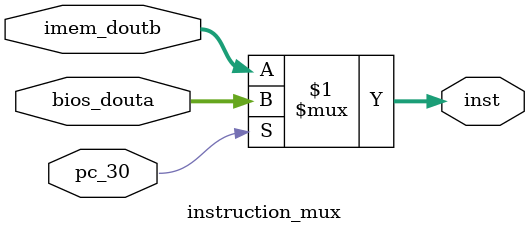
<source format=v>
module instruction_mux(bios_douta, imem_doutb, inst, pc_30);
    input [31:0] bios_douta, imem_doutb;
    input pc_30;
    output [31:0] inst;

    assign inst = (pc_30) ? bios_douta : imem_doutb;
endmodule

</source>
